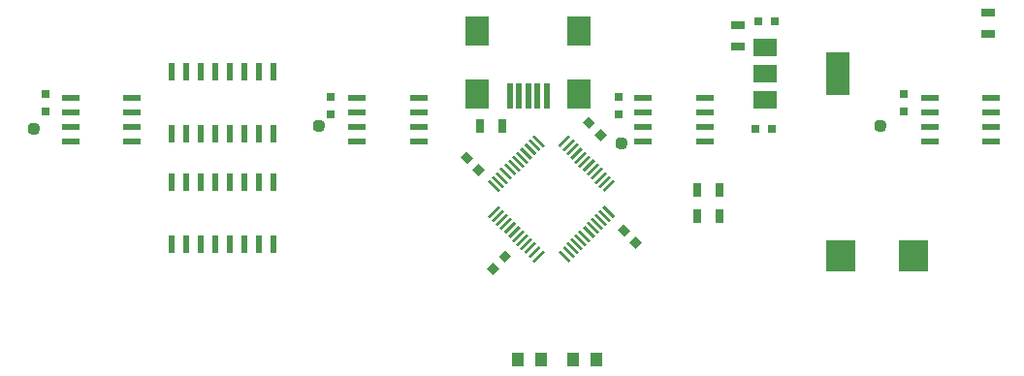
<source format=gtp>
%TF.GenerationSoftware,KiCad,Pcbnew,(5.1.12)-1*%
%TF.CreationDate,2021-11-29T00:37:47+03:00*%
%TF.ProjectId,lepetocontrol,6c657065-746f-4636-9f6e-74726f6c2e6b,rev?*%
%TF.SameCoordinates,Original*%
%TF.FileFunction,Paste,Top*%
%TF.FilePolarity,Positive*%
%FSLAX46Y46*%
G04 Gerber Fmt 4.6, Leading zero omitted, Abs format (unit mm)*
G04 Created by KiCad (PCBNEW (5.1.12)-1) date 2021-11-29 00:37:47*
%MOMM*%
%LPD*%
G01*
G04 APERTURE LIST*
%ADD10R,0.600000X1.500000*%
%ADD11R,0.750000X0.800000*%
%ADD12C,0.100000*%
%ADD13R,0.800000X0.750000*%
%ADD14R,1.000000X1.250000*%
%ADD15R,1.300000X0.700000*%
%ADD16R,0.700000X1.300000*%
%ADD17R,1.998980X2.499360*%
%ADD18R,0.500380X2.301240*%
%ADD19R,2.550000X2.700000*%
%ADD20R,2.000000X1.500000*%
%ADD21R,2.000000X3.800000*%
%ADD22R,1.550000X0.600000*%
G04 APERTURE END LIST*
D10*
X202311000Y-100998000D03*
X201041000Y-100998000D03*
X199771000Y-100998000D03*
X198501000Y-100998000D03*
X197231000Y-100998000D03*
X195961000Y-100998000D03*
X194691000Y-100998000D03*
X193421000Y-100998000D03*
X193421000Y-95598000D03*
X194691000Y-95598000D03*
X195961000Y-95598000D03*
X197231000Y-95598000D03*
X198501000Y-95598000D03*
X199771000Y-95598000D03*
X201041000Y-95598000D03*
X202311000Y-95598000D03*
G36*
G01*
X254770000Y-90878000D02*
X254770000Y-90478000D01*
G75*
G02*
X255070000Y-90178000I300000J0D01*
G01*
X255470000Y-90178000D01*
G75*
G02*
X255770000Y-90478000I0J-300000D01*
G01*
X255770000Y-90878000D01*
G75*
G02*
X255470000Y-91178000I-300000J0D01*
G01*
X255070000Y-91178000D01*
G75*
G02*
X254770000Y-90878000I0J300000D01*
G01*
G37*
G36*
G01*
X232164000Y-92402000D02*
X232164000Y-92002000D01*
G75*
G02*
X232464000Y-91702000I300000J0D01*
G01*
X232864000Y-91702000D01*
G75*
G02*
X233164000Y-92002000I0J-300000D01*
G01*
X233164000Y-92402000D01*
G75*
G02*
X232864000Y-92702000I-300000J0D01*
G01*
X232464000Y-92702000D01*
G75*
G02*
X232164000Y-92402000I0J300000D01*
G01*
G37*
G36*
G01*
X205748000Y-90878000D02*
X205748000Y-90478000D01*
G75*
G02*
X206048000Y-90178000I300000J0D01*
G01*
X206448000Y-90178000D01*
G75*
G02*
X206748000Y-90478000I0J-300000D01*
G01*
X206748000Y-90878000D01*
G75*
G02*
X206448000Y-91178000I-300000J0D01*
G01*
X206048000Y-91178000D01*
G75*
G02*
X205748000Y-90878000I0J300000D01*
G01*
G37*
G36*
G01*
X180856000Y-91132000D02*
X180856000Y-90732000D01*
G75*
G02*
X181156000Y-90432000I300000J0D01*
G01*
X181556000Y-90432000D01*
G75*
G02*
X181856000Y-90732000I0J-300000D01*
G01*
X181856000Y-91132000D01*
G75*
G02*
X181556000Y-91432000I-300000J0D01*
G01*
X181156000Y-91432000D01*
G75*
G02*
X180856000Y-91132000I0J300000D01*
G01*
G37*
X202311000Y-91346000D03*
X201041000Y-91346000D03*
X199771000Y-91346000D03*
X198501000Y-91346000D03*
X197231000Y-91346000D03*
X195961000Y-91346000D03*
X194691000Y-91346000D03*
X193421000Y-91346000D03*
X193421000Y-85946000D03*
X194691000Y-85946000D03*
X195961000Y-85946000D03*
X197231000Y-85946000D03*
X198501000Y-85946000D03*
X199771000Y-85946000D03*
X201041000Y-85946000D03*
X202311000Y-85946000D03*
D11*
X257302000Y-87896000D03*
X257302000Y-89396000D03*
D12*
G36*
X229277332Y-90383992D02*
G01*
X229807662Y-89853662D01*
X230373348Y-90419348D01*
X229843018Y-90949678D01*
X229277332Y-90383992D01*
G37*
G36*
X230337992Y-91444652D02*
G01*
X230868322Y-90914322D01*
X231434008Y-91480008D01*
X230903678Y-92010338D01*
X230337992Y-91444652D01*
G37*
G36*
X221447992Y-103694338D02*
G01*
X220917662Y-103164008D01*
X221483348Y-102598322D01*
X222013678Y-103128652D01*
X221447992Y-103694338D01*
G37*
G36*
X222508652Y-102633678D02*
G01*
X221978322Y-102103348D01*
X222544008Y-101537662D01*
X223074338Y-102067992D01*
X222508652Y-102633678D01*
G37*
D11*
X182372000Y-89396000D03*
X182372000Y-87896000D03*
D13*
X246114000Y-81534000D03*
X244614000Y-81534000D03*
X244360000Y-90932000D03*
X245860000Y-90932000D03*
D14*
X225663000Y-111125000D03*
X223663000Y-111125000D03*
X230489000Y-111125000D03*
X228489000Y-111125000D03*
D15*
X242824000Y-81854000D03*
X242824000Y-83754000D03*
D16*
X222250000Y-90678000D03*
X220350000Y-90678000D03*
D17*
X220085920Y-82433160D03*
X220085920Y-87932260D03*
X228986080Y-82433160D03*
X228986080Y-87932260D03*
D18*
X222935800Y-88031320D03*
X223735900Y-88031320D03*
X224536000Y-88031320D03*
X225336100Y-88031320D03*
X226136200Y-88031320D03*
D12*
G36*
X220788338Y-94528008D02*
G01*
X220258008Y-95058338D01*
X219692322Y-94492652D01*
X220222652Y-93962322D01*
X220788338Y-94528008D01*
G37*
G36*
X219727678Y-93467348D02*
G01*
X219197348Y-93997678D01*
X218631662Y-93431992D01*
X219161992Y-92901662D01*
X219727678Y-93467348D01*
G37*
G36*
X232347662Y-99781992D02*
G01*
X232877992Y-99251662D01*
X233443678Y-99817348D01*
X232913348Y-100347678D01*
X232347662Y-99781992D01*
G37*
G36*
X233408322Y-100842652D02*
G01*
X233938652Y-100312322D01*
X234504338Y-100878008D01*
X233974008Y-101408338D01*
X233408322Y-100842652D01*
G37*
D11*
X207264000Y-88150000D03*
X207264000Y-89650000D03*
D16*
X239334000Y-98552000D03*
X241234000Y-98552000D03*
D11*
X232410000Y-88150000D03*
X232410000Y-89650000D03*
D15*
X264668000Y-80771999D03*
X264668000Y-82671999D03*
D19*
X258175000Y-102000000D03*
X251825000Y-102000000D03*
D20*
X245262000Y-83806000D03*
X245262000Y-88406000D03*
X245262000Y-86106000D03*
D21*
X251562000Y-86106000D03*
D12*
G36*
X222095550Y-96267860D02*
G01*
X221918773Y-96444637D01*
X220999534Y-95525398D01*
X221176311Y-95348621D01*
X222095550Y-96267860D01*
G37*
G36*
X222449103Y-95914307D02*
G01*
X222272326Y-96091084D01*
X221353087Y-95171845D01*
X221529864Y-94995068D01*
X222449103Y-95914307D01*
G37*
G36*
X222802657Y-95560753D02*
G01*
X222625880Y-95737530D01*
X221706641Y-94818291D01*
X221883418Y-94641514D01*
X222802657Y-95560753D01*
G37*
G36*
X223156210Y-95207200D02*
G01*
X222979433Y-95383977D01*
X222060194Y-94464738D01*
X222236971Y-94287961D01*
X223156210Y-95207200D01*
G37*
G36*
X223509763Y-94853647D02*
G01*
X223332986Y-95030424D01*
X222413747Y-94111185D01*
X222590524Y-93934408D01*
X223509763Y-94853647D01*
G37*
G36*
X223863317Y-94500093D02*
G01*
X223686540Y-94676870D01*
X222767301Y-93757631D01*
X222944078Y-93580854D01*
X223863317Y-94500093D01*
G37*
G36*
X224216870Y-94146540D02*
G01*
X224040093Y-94323317D01*
X223120854Y-93404078D01*
X223297631Y-93227301D01*
X224216870Y-94146540D01*
G37*
G36*
X224570424Y-93792986D02*
G01*
X224393647Y-93969763D01*
X223474408Y-93050524D01*
X223651185Y-92873747D01*
X224570424Y-93792986D01*
G37*
G36*
X224923977Y-93439433D02*
G01*
X224747200Y-93616210D01*
X223827961Y-92696971D01*
X224004738Y-92520194D01*
X224923977Y-93439433D01*
G37*
G36*
X225277530Y-93085880D02*
G01*
X225100753Y-93262657D01*
X224181514Y-92343418D01*
X224358291Y-92166641D01*
X225277530Y-93085880D01*
G37*
G36*
X225631084Y-92732326D02*
G01*
X225454307Y-92909103D01*
X224535068Y-91989864D01*
X224711845Y-91813087D01*
X225631084Y-92732326D01*
G37*
G36*
X225984637Y-92378773D02*
G01*
X225807860Y-92555550D01*
X224888621Y-91636311D01*
X225065398Y-91459534D01*
X225984637Y-92378773D01*
G37*
G36*
X227328140Y-92555550D02*
G01*
X227151363Y-92378773D01*
X228070602Y-91459534D01*
X228247379Y-91636311D01*
X227328140Y-92555550D01*
G37*
G36*
X227681693Y-92909103D02*
G01*
X227504916Y-92732326D01*
X228424155Y-91813087D01*
X228600932Y-91989864D01*
X227681693Y-92909103D01*
G37*
G36*
X228035247Y-93262657D02*
G01*
X227858470Y-93085880D01*
X228777709Y-92166641D01*
X228954486Y-92343418D01*
X228035247Y-93262657D01*
G37*
G36*
X228388800Y-93616210D02*
G01*
X228212023Y-93439433D01*
X229131262Y-92520194D01*
X229308039Y-92696971D01*
X228388800Y-93616210D01*
G37*
G36*
X228742353Y-93969763D02*
G01*
X228565576Y-93792986D01*
X229484815Y-92873747D01*
X229661592Y-93050524D01*
X228742353Y-93969763D01*
G37*
G36*
X229095907Y-94323317D02*
G01*
X228919130Y-94146540D01*
X229838369Y-93227301D01*
X230015146Y-93404078D01*
X229095907Y-94323317D01*
G37*
G36*
X229449460Y-94676870D02*
G01*
X229272683Y-94500093D01*
X230191922Y-93580854D01*
X230368699Y-93757631D01*
X229449460Y-94676870D01*
G37*
G36*
X229803014Y-95030424D02*
G01*
X229626237Y-94853647D01*
X230545476Y-93934408D01*
X230722253Y-94111185D01*
X229803014Y-95030424D01*
G37*
G36*
X230156567Y-95383977D02*
G01*
X229979790Y-95207200D01*
X230899029Y-94287961D01*
X231075806Y-94464738D01*
X230156567Y-95383977D01*
G37*
G36*
X230510120Y-95737530D02*
G01*
X230333343Y-95560753D01*
X231252582Y-94641514D01*
X231429359Y-94818291D01*
X230510120Y-95737530D01*
G37*
G36*
X230863674Y-96091084D02*
G01*
X230686897Y-95914307D01*
X231606136Y-94995068D01*
X231782913Y-95171845D01*
X230863674Y-96091084D01*
G37*
G36*
X231217227Y-96444637D02*
G01*
X231040450Y-96267860D01*
X231959689Y-95348621D01*
X232136466Y-95525398D01*
X231217227Y-96444637D01*
G37*
G36*
X232136466Y-98530602D02*
G01*
X231959689Y-98707379D01*
X231040450Y-97788140D01*
X231217227Y-97611363D01*
X232136466Y-98530602D01*
G37*
G36*
X231782913Y-98884155D02*
G01*
X231606136Y-99060932D01*
X230686897Y-98141693D01*
X230863674Y-97964916D01*
X231782913Y-98884155D01*
G37*
G36*
X231429359Y-99237709D02*
G01*
X231252582Y-99414486D01*
X230333343Y-98495247D01*
X230510120Y-98318470D01*
X231429359Y-99237709D01*
G37*
G36*
X231075806Y-99591262D02*
G01*
X230899029Y-99768039D01*
X229979790Y-98848800D01*
X230156567Y-98672023D01*
X231075806Y-99591262D01*
G37*
G36*
X230722253Y-99944815D02*
G01*
X230545476Y-100121592D01*
X229626237Y-99202353D01*
X229803014Y-99025576D01*
X230722253Y-99944815D01*
G37*
G36*
X230368699Y-100298369D02*
G01*
X230191922Y-100475146D01*
X229272683Y-99555907D01*
X229449460Y-99379130D01*
X230368699Y-100298369D01*
G37*
G36*
X230015146Y-100651922D02*
G01*
X229838369Y-100828699D01*
X228919130Y-99909460D01*
X229095907Y-99732683D01*
X230015146Y-100651922D01*
G37*
G36*
X229661592Y-101005476D02*
G01*
X229484815Y-101182253D01*
X228565576Y-100263014D01*
X228742353Y-100086237D01*
X229661592Y-101005476D01*
G37*
G36*
X229308039Y-101359029D02*
G01*
X229131262Y-101535806D01*
X228212023Y-100616567D01*
X228388800Y-100439790D01*
X229308039Y-101359029D01*
G37*
G36*
X228954486Y-101712582D02*
G01*
X228777709Y-101889359D01*
X227858470Y-100970120D01*
X228035247Y-100793343D01*
X228954486Y-101712582D01*
G37*
G36*
X228600932Y-102066136D02*
G01*
X228424155Y-102242913D01*
X227504916Y-101323674D01*
X227681693Y-101146897D01*
X228600932Y-102066136D01*
G37*
G36*
X228247379Y-102419689D02*
G01*
X228070602Y-102596466D01*
X227151363Y-101677227D01*
X227328140Y-101500450D01*
X228247379Y-102419689D01*
G37*
G36*
X225065398Y-102596466D02*
G01*
X224888621Y-102419689D01*
X225807860Y-101500450D01*
X225984637Y-101677227D01*
X225065398Y-102596466D01*
G37*
G36*
X224711845Y-102242913D02*
G01*
X224535068Y-102066136D01*
X225454307Y-101146897D01*
X225631084Y-101323674D01*
X224711845Y-102242913D01*
G37*
G36*
X224358291Y-101889359D02*
G01*
X224181514Y-101712582D01*
X225100753Y-100793343D01*
X225277530Y-100970120D01*
X224358291Y-101889359D01*
G37*
G36*
X224004738Y-101535806D02*
G01*
X223827961Y-101359029D01*
X224747200Y-100439790D01*
X224923977Y-100616567D01*
X224004738Y-101535806D01*
G37*
G36*
X223651185Y-101182253D02*
G01*
X223474408Y-101005476D01*
X224393647Y-100086237D01*
X224570424Y-100263014D01*
X223651185Y-101182253D01*
G37*
G36*
X223297631Y-100828699D02*
G01*
X223120854Y-100651922D01*
X224040093Y-99732683D01*
X224216870Y-99909460D01*
X223297631Y-100828699D01*
G37*
G36*
X222944078Y-100475146D02*
G01*
X222767301Y-100298369D01*
X223686540Y-99379130D01*
X223863317Y-99555907D01*
X222944078Y-100475146D01*
G37*
G36*
X222590524Y-100121592D02*
G01*
X222413747Y-99944815D01*
X223332986Y-99025576D01*
X223509763Y-99202353D01*
X222590524Y-100121592D01*
G37*
G36*
X222236971Y-99768039D02*
G01*
X222060194Y-99591262D01*
X222979433Y-98672023D01*
X223156210Y-98848800D01*
X222236971Y-99768039D01*
G37*
G36*
X221883418Y-99414486D02*
G01*
X221706641Y-99237709D01*
X222625880Y-98318470D01*
X222802657Y-98495247D01*
X221883418Y-99414486D01*
G37*
G36*
X221529864Y-99060932D02*
G01*
X221353087Y-98884155D01*
X222272326Y-97964916D01*
X222449103Y-98141693D01*
X221529864Y-99060932D01*
G37*
G36*
X221176311Y-98707379D02*
G01*
X220999534Y-98530602D01*
X221918773Y-97611363D01*
X222095550Y-97788140D01*
X221176311Y-98707379D01*
G37*
D16*
X241234000Y-96266000D03*
X239334000Y-96266000D03*
D22*
X189980000Y-88222000D03*
X189980000Y-89492000D03*
X189980000Y-90762000D03*
X189980000Y-92032000D03*
X184580000Y-92032000D03*
X184580000Y-90762000D03*
X184580000Y-89492000D03*
X184580000Y-88222000D03*
X264980000Y-88222000D03*
X264980000Y-89492000D03*
X264980000Y-90762000D03*
X264980000Y-92032000D03*
X259580000Y-92032000D03*
X259580000Y-90762000D03*
X259580000Y-89492000D03*
X259580000Y-88222000D03*
X239980000Y-88222000D03*
X239980000Y-89492000D03*
X239980000Y-90762000D03*
X239980000Y-92032000D03*
X234580000Y-92032000D03*
X234580000Y-90762000D03*
X234580000Y-89492000D03*
X234580000Y-88222000D03*
X214980000Y-88222000D03*
X214980000Y-89492000D03*
X214980000Y-90762000D03*
X214980000Y-92032000D03*
X209580000Y-92032000D03*
X209580000Y-90762000D03*
X209580000Y-89492000D03*
X209580000Y-88222000D03*
M02*

</source>
